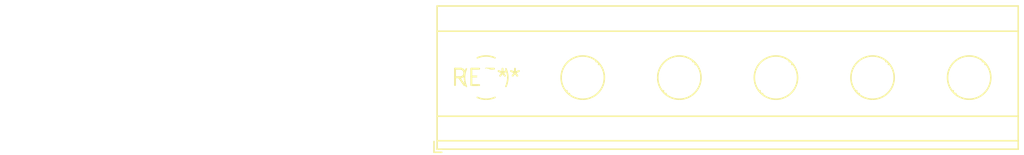
<source format=kicad_pcb>
(kicad_pcb (version 20240108) (generator pcbnew)
  (layers (0 "F.Cu" signal) (31 "B.Cu" signal) (34 "B.Paste" user) (35 "F.Paste" user) (36 "B.SilkS" user "B.Silkscreen") (37 "F.SilkS" user "F.Silkscreen") (38 "B.Mask" user) (39 "F.Mask" user) (44 "Edge.Cuts" user))
  (net 0 "")
  (footprint "TerminalBlock_MetzConnect_Type175_RT02706HBLC_1x06_P7.50mm_Horizontal" (layer "F.Cu") (at 0 0)
    (property "Reference" "REF**")
    (property "Value" "TerminalBlock_MetzConnect_Type175_RT02706HBLC_1x06_P7.50mm_Horizontal")
    (fp_line (start -4.05 4.96) (end -4.05 5.8) (layer "F.SilkS") (stroke (width 0.12)))
    (fp_line (start -4.05 5.8) (end -3.45 5.8) (layer "F.SilkS") (stroke (width 0.12)))
    (fp_line (start -3.81 -5.56) (end -3.81 5.56) (layer "F.SilkS") (stroke (width 0.12)))
    (fp_line (start -3.81 -5.56) (end 41.31 -5.56) (layer "F.SilkS") (stroke (width 0.12)))
    (fp_line (start -3.81 -3.6) (end 41.31 -3.6) (layer "F.SilkS") (stroke (width 0.12)))
    (fp_line (start -3.81 3) (end 41.31 3) (layer "F.SilkS") (stroke (width 0.12)))
    (fp_line (start -3.81 4.9) (end 41.31 4.9) (layer "F.SilkS") (stroke (width 0.12)))
    (fp_line (start -3.81 5.56) (end 41.31 5.56) (layer "F.SilkS") (stroke (width 0.12)))
    (fp_line (start 6.273 1.023) (end 6.226 1.069) (layer "F.SilkS") (stroke (width 0.12)))
    (fp_line (start 6.466 1.239) (end 6.431 1.274) (layer "F.SilkS") (stroke (width 0.12)))
    (fp_line (start 8.57 -1.275) (end 8.535 -1.239) (layer "F.SilkS") (stroke (width 0.12)))
    (fp_line (start 8.775 -1.069) (end 8.728 -1.023) (layer "F.SilkS") (stroke (width 0.12)))
    (fp_line (start 13.773 1.023) (end 13.726 1.069) (layer "F.SilkS") (stroke (width 0.12)))
    (fp_line (start 13.966 1.239) (end 13.931 1.274) (layer "F.SilkS") (stroke (width 0.12)))
    (fp_line (start 16.07 -1.275) (end 16.035 -1.239) (layer "F.SilkS") (stroke (width 0.12)))
    (fp_line (start 16.275 -1.069) (end 16.228 -1.023) (layer "F.SilkS") (stroke (width 0.12)))
    (fp_line (start 21.273 1.023) (end 21.226 1.069) (layer "F.SilkS") (stroke (width 0.12)))
    (fp_line (start 21.466 1.239) (end 21.431 1.274) (layer "F.SilkS") (stroke (width 0.12)))
    (fp_line (start 23.57 -1.275) (end 23.535 -1.239) (layer "F.SilkS") (stroke (width 0.12)))
    (fp_line (start 23.775 -1.069) (end 23.728 -1.023) (layer "F.SilkS") (stroke (width 0.12)))
    (fp_line (start 28.773 1.023) (end 28.726 1.069) (layer "F.SilkS") (stroke (width 0.12)))
    (fp_line (start 28.966 1.239) (end 28.931 1.274) (layer "F.SilkS") (stroke (width 0.12)))
    (fp_line (start 31.07 -1.275) (end 31.035 -1.239) (layer "F.SilkS") (stroke (width 0.12)))
    (fp_line (start 31.275 -1.069) (end 31.228 -1.023) (layer "F.SilkS") (stroke (width 0.12)))
    (fp_line (start 36.273 1.023) (end 36.226 1.069) (layer "F.SilkS") (stroke (width 0.12)))
    (fp_line (start 36.466 1.239) (end 36.431 1.274) (layer "F.SilkS") (stroke (width 0.12)))
    (fp_line (start 38.57 -1.275) (end 38.535 -1.239) (layer "F.SilkS") (stroke (width 0.12)))
    (fp_line (start 38.775 -1.069) (end 38.728 -1.023) (layer "F.SilkS") (stroke (width 0.12)))
    (fp_line (start 41.31 -5.56) (end 41.31 5.56) (layer "F.SilkS") (stroke (width 0.12)))
    (fp_arc (start -1.535427 0.683042) (mid -1.680501 -0.000524) (end -1.535 -0.684) (layer "F.SilkS") (stroke (width 0.12)))
    (fp_arc (start -0.683042 -1.535427) (mid 0.000524 -1.680501) (end 0.684 -1.535) (layer "F.SilkS") (stroke (width 0.12)))
    (fp_arc (start 0.028805 1.680253) (mid -0.335551 1.646659) (end -0.684 1.535) (layer "F.SilkS") (stroke (width 0.12)))
    (fp_arc (start 0.683318 1.534756) (mid 0.349292 1.643288) (end 0 1.68) (layer "F.SilkS") (stroke (width 0.12)))
    (fp_arc (start 1.535427 -0.683042) (mid 1.680501 0.000524) (end 1.535 0.684) (layer "F.SilkS") (stroke (width 0.12)))
    (fp_circle (center 7.5 0) (end 9.18 0) (layer "F.SilkS") (stroke (width 0.12)) (fill none))
    (fp_circle (center 15 0) (end 16.68 0) (layer "F.SilkS") (stroke (width 0.12)) (fill none))
    (fp_circle (center 22.5 0) (end 24.18 0) (layer "F.SilkS") (stroke (width 0.12)) (fill none))
    (fp_circle (center 30 0) (end 31.68 0) (layer "F.SilkS") (stroke (width 0.12)) (fill none))
    (fp_circle (center 37.5 0) (end 39.18 0) (layer "F.SilkS") (stroke (width 0.12)) (fill none))
    (pad "1" thru_hole rect (at 0 0) (size 2.6 2.6) (drill 1.4) (layers *.Cu *.Mask) (remove_unused_layers))
    (pad "2" thru_hole circle (at 7.5 0) (size 2.6 2.6) (drill 1.4) (layers *.Cu *.Mask) (remove_unused_layers))
    (pad "3" thru_hole circle (at 15 0) (size 2.6 2.6) (drill 1.4) (layers *.Cu *.Mask) (remove_unused_layers))
    (pad "4" thru_hole circle (at 22.5 0) (size 2.6 2.6) (drill 1.4) (layers *.Cu *.Mask) (remove_unused_layers))
    (pad "5" thru_hole circle (at 30 0) (size 2.6 2.6) (drill 1.4) (layers *.Cu *.Mask) (remove_unused_layers))
    (pad "6" thru_hole circle (at 37.5 0) (size 2.6 2.6) (drill 1.4) (layers *.Cu *.Mask) (remove_unused_layers))
  )
)
</source>
